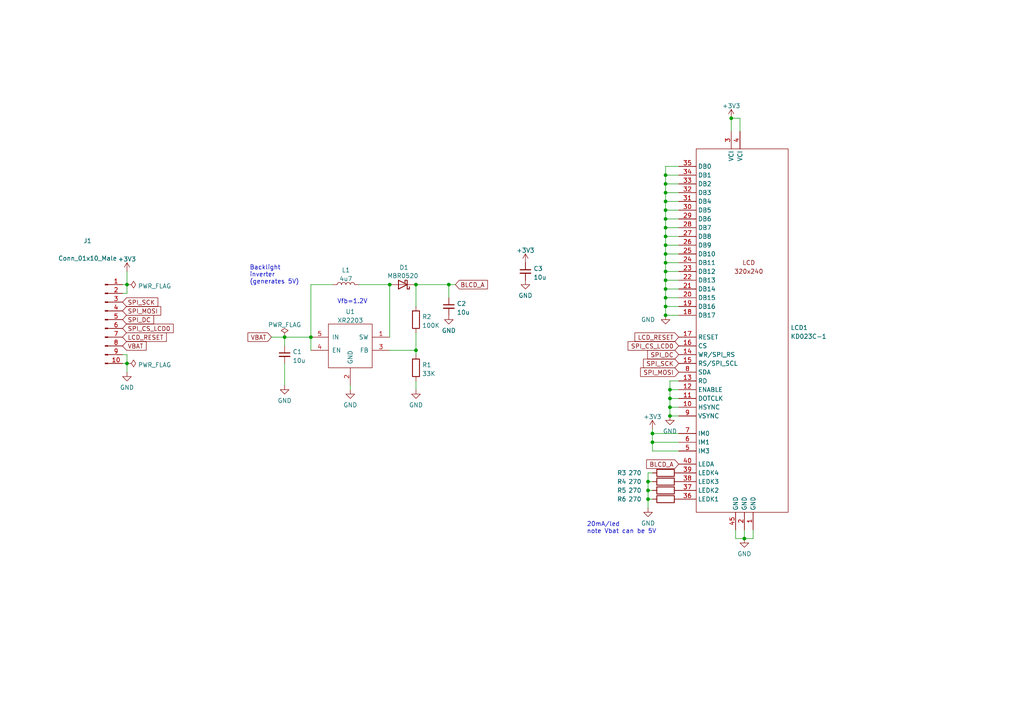
<source format=kicad_sch>
(kicad_sch (version 20211123) (generator eeschema)
  (paper "A4")
  (lib_symbols
    (symbol "Connector:Conn_01x10_Male" (pin_names (offset 1.016) hide)
      (property "Reference" "J" (at 0 12.7 0))
      (property "Value" "Conn_01x10_Male" (at 0 -15.24 0))
      (symbol "Conn_01x10_Male_1_1"
        (polyline (pts (xy 1.27 -12.7) (xy 0.8636 -12.7)) (stroke (width 0.1524)))
        (polyline (pts (xy 1.27 -10.16) (xy 0.8636 -10.16)) (stroke (width 0.1524)))
        (polyline (pts (xy 1.27 -7.62) (xy 0.8636 -7.62)) (stroke (width 0.1524)))
        (polyline (pts (xy 1.27 -5.08) (xy 0.8636 -5.08)) (stroke (width 0.1524)))
        (polyline (pts (xy 1.27 -2.54) (xy 0.8636 -2.54)) (stroke (width 0.1524)))
        (polyline (pts (xy 1.27 0) (xy 0.8636 0)) (stroke (width 0.1524)))
        (polyline (pts (xy 1.27 2.54) (xy 0.8636 2.54)) (stroke (width 0.1524)))
        (polyline (pts (xy 1.27 5.08) (xy 0.8636 5.08)) (stroke (width 0.1524)))
        (polyline (pts (xy 1.27 7.62) (xy 0.8636 7.62)) (stroke (width 0.1524)))
        (polyline (pts (xy 1.27 10.16) (xy 0.8636 10.16)) (stroke (width 0.1524)))
        (rectangle (start 0.8636 -12.573) (end 0 -12.827) (stroke (width 0.1524)) (fill (type outline)))
        (rectangle (start 0.8636 -10.033) (end 0 -10.287) (stroke (width 0.1524)) (fill (type outline)))
        (rectangle (start 0.8636 -7.493) (end 0 -7.747) (stroke (width 0.1524)) (fill (type outline)))
        (rectangle (start 0.8636 -4.953) (end 0 -5.207) (stroke (width 0.1524)) (fill (type outline)))
        (rectangle (start 0.8636 -2.413) (end 0 -2.667) (stroke (width 0.1524)) (fill (type outline)))
        (rectangle (start 0.8636 0.127) (end 0 -0.127) (stroke (width 0.1524)) (fill (type outline)))
        (rectangle (start 0.8636 2.667) (end 0 2.413) (stroke (width 0.1524)) (fill (type outline)))
        (rectangle (start 0.8636 5.207) (end 0 4.953) (stroke (width 0.1524)) (fill (type outline)))
        (rectangle (start 0.8636 7.747) (end 0 7.493) (stroke (width 0.1524)) (fill (type outline)))
        (rectangle (start 0.8636 10.287) (end 0 10.033) (stroke (width 0.1524)) (fill (type outline)))
        (pin passive line (at 5.08 10.16 180) (length 3.81) (name "Pin_1") (number "1"))
        (pin passive line (at 5.08 -12.7 180) (length 3.81) (name "Pin_10") (number "10"))
        (pin passive line (at 5.08 7.62 180) (length 3.81) (name "Pin_2") (number "2"))
        (pin passive line (at 5.08 5.08 180) (length 3.81) (name "Pin_3") (number "3"))
        (pin passive line (at 5.08 2.54 180) (length 3.81) (name "Pin_4") (number "4"))
        (pin passive line (at 5.08 0 180) (length 3.81) (name "Pin_5") (number "5"))
        (pin passive line (at 5.08 -2.54 180) (length 3.81) (name "Pin_6") (number "6"))
        (pin passive line (at 5.08 -5.08 180) (length 3.81) (name "Pin_7") (number "7"))
        (pin passive line (at 5.08 -7.62 180) (length 3.81) (name "Pin_8") (number "8"))
        (pin passive line (at 5.08 -10.16 180) (length 3.81) (name "Pin_9") (number "9"))
      )
    )
    (symbol "Device:C_Small" (pin_numbers hide) (pin_names (offset 0.254) hide)
      (property "Reference" "C" (at 0.254 1.778 0))
      (property "Value" "C_Small" (at 0.254 -2.032 0))
      (symbol "C_Small_0_1"
        (polyline (pts (xy -1.524 -0.508) (xy 1.524 -0.508)) (stroke (width 0.3302)))
        (polyline (pts (xy -1.524 0.508) (xy 1.524 0.508)) (stroke (width 0.3048)))
      )
      (symbol "C_Small_1_1"
        (pin passive line (at 0 2.54 270) (length 2.032) (name "~") (number "1"))
        (pin passive line (at 0 -2.54 90) (length 2.032) (name "~") (number "2"))
      )
    )
    (symbol "Device:L" (pin_numbers hide) (pin_names (offset 1.016) hide)
      (property "Reference" "L" (at -1.27 0 90))
      (property "Value" "L" (at 1.905 0 90))
      (symbol "L_0_1"
        (arc (start 0 -2.54) (mid 0.635 -1.905) (end 0 -1.27))
        (arc (start 0 -1.27) (mid 0.635 -0.635) (end 0 0))
        (arc (start 0 0) (mid 0.635 0.635) (end 0 1.27))
        (arc (start 0 1.27) (mid 0.635 1.905) (end 0 2.54))
      )
      (symbol "L_1_1"
        (pin passive line (at 0 3.81 270) (length 1.27) (name "1") (number "1"))
        (pin passive line (at 0 -3.81 90) (length 1.27) (name "2") (number "2"))
      )
    )
    (symbol "Device:R" (pin_numbers hide) (pin_names (offset 0))
      (property "Reference" "R" (at 2.032 0 90))
      (property "Value" "R" (at 0 0 90))
      (symbol "R_0_1"
        (rectangle (start -1.016 -2.54) (end 1.016 2.54) (stroke (width 0.254)))
      )
      (symbol "R_1_1"
        (pin passive line (at 0 3.81 270) (length 1.27) (name "~") (number "1"))
        (pin passive line (at 0 -3.81 90) (length 1.27) (name "~") (number "2"))
      )
    )
    (symbol "Diode:MBR0520" (pin_numbers hide) (pin_names (offset 1.016) hide)
      (property "Reference" "D" (at 0 2.54 0))
      (property "Value" "MBR0520" (at 0 -2.54 0))
      (symbol "MBR0520_0_1"
        (polyline (pts (xy 1.27 0) (xy -1.27 0)))
        (polyline (pts (xy 1.27 1.27) (xy 1.27 -1.27) (xy -1.27 0) (xy 1.27 1.27)) (stroke (width 0.254)))
        (polyline (pts (xy -1.905 0.635) (xy -1.905 1.27) (xy -1.27 1.27) (xy -1.27 -1.27) (xy -0.635 -1.27) (xy -0.635 -0.635)) (stroke (width 0.254)))
      )
      (symbol "MBR0520_1_1"
        (pin passive line (at -3.81 0 0) (length 2.54) (name "K") (number "1"))
        (pin passive line (at 3.81 0 180) (length 2.54) (name "A") (number "2"))
      )
    )
    (symbol "Jeroens lib:KD023C-1"
      (property "Reference" "LCD" (at -15.24 16.51 0))
      (property "Value" "KD023C-1" (at -15.24 19.05 0))
      (symbol "KD023C-1_0_0"
        (text "320x240" (at 0 -21.59 0) (effects (font (size 1.27 1.27))))
        (text "LCD" (at 0 -19.05 0) (effects (font (size 1.27 1.27))))
        (pin power_in line (at 1.27 -96.52 90) (length 5.08) (name "GND") (number "1"))
        (pin input line (at -20.32 -60.96 0) (length 5.08) (name "HSYNC") (number "10"))
        (pin input line (at -20.32 -58.42 0) (length 5.08) (name "DOTCLK") (number "11"))
        (pin input line (at -20.32 -55.88 0) (length 5.08) (name "ENABLE") (number "12"))
        (pin input line (at -20.32 -53.34 0) (length 5.08) (name "RD") (number "13"))
        (pin input line (at -20.32 -45.72 0) (length 5.08) (name "WR/SPI_RS") (number "14"))
        (pin input line (at -20.32 -48.26 0) (length 5.08) (name "RS/SPI_SCL") (number "15"))
        (pin input line (at -20.32 -43.18 0) (length 5.08) (name "CS") (number "16"))
        (pin input line (at -20.32 -40.64 0) (length 5.08) (name "RESET") (number "17"))
        (pin input line (at -20.32 -34.29 0) (length 5.08) (name "DB17") (number "18"))
        (pin input line (at -20.32 -31.75 0) (length 5.08) (name "DB16") (number "19"))
        (pin power_in line (at -1.27 -96.52 90) (length 5.08) (name "GND") (number "2"))
        (pin input line (at -20.32 -29.21 0) (length 5.08) (name "DB15") (number "20"))
        (pin input line (at -20.32 -26.67 0) (length 5.08) (name "DB14") (number "21"))
        (pin input line (at -20.32 -24.13 0) (length 5.08) (name "DB13") (number "22"))
        (pin input line (at -20.32 -21.59 0) (length 5.08) (name "DB12") (number "23"))
        (pin input line (at -20.32 -19.05 0) (length 5.08) (name "DB11") (number "24"))
        (pin input line (at -20.32 -16.51 0) (length 5.08) (name "DB10") (number "25"))
        (pin input line (at -20.32 -13.97 0) (length 5.08) (name "DB9") (number "26"))
        (pin input line (at -20.32 -11.43 0) (length 5.08) (name "DB8") (number "27"))
        (pin input line (at -20.32 -8.89 0) (length 5.08) (name "DB7") (number "28"))
        (pin input line (at -20.32 -6.35 0) (length 5.08) (name "DB6") (number "29"))
        (pin power_in line (at -5.08 19.05 270) (length 5.08) (name "VCI") (number "3"))
        (pin input line (at -20.32 -3.81 0) (length 5.08) (name "DB5") (number "30"))
        (pin input line (at -20.32 -1.27 0) (length 5.08) (name "DB4") (number "31"))
        (pin input line (at -20.32 1.27 0) (length 5.08) (name "DB3") (number "32"))
        (pin input line (at -20.32 3.81 0) (length 5.08) (name "DB2") (number "33"))
        (pin input line (at -20.32 6.35 0) (length 5.08) (name "DB1") (number "34"))
        (pin input line (at -20.32 8.89 0) (length 5.08) (name "DB0") (number "35"))
        (pin passive line (at -20.32 -87.63 0) (length 5.08) (name "LEDK1") (number "36"))
        (pin passive line (at -20.32 -85.09 0) (length 5.08) (name "LEDK2") (number "37"))
        (pin passive line (at -20.32 -82.55 0) (length 5.08) (name "LEDK3") (number "38"))
        (pin passive line (at -20.32 -80.01 0) (length 5.08) (name "LEDK4") (number "39"))
        (pin power_in line (at -2.54 19.05 270) (length 5.08) (name "VCI") (number "4"))
        (pin passive line (at -20.32 -77.47 0) (length 5.08) (name "LEDA") (number "40"))
        (pin no_connect line (at 16.51 -3.81 180) (length 5.08) hide (name "NC") (number "41"))
        (pin no_connect line (at 16.51 -6.35 180) (length 5.08) hide (name "NC") (number "42"))
        (pin no_connect line (at 16.51 -8.89 180) (length 5.08) hide (name "NC") (number "43"))
        (pin no_connect line (at 16.51 -11.43 180) (length 5.08) hide (name "NC") (number "44"))
        (pin power_in line (at -3.81 -96.52 90) (length 5.08) (name "GND") (number "45"))
        (pin input line (at -20.32 -73.66 0) (length 5.08) (name "IM3") (number "5"))
        (pin input line (at -20.32 -71.12 0) (length 5.08) (name "IM1") (number "6"))
        (pin input line (at -20.32 -68.58 0) (length 5.08) (name "IM0") (number "7"))
        (pin input line (at -20.32 -50.8 0) (length 5.08) (name "SDA") (number "8"))
        (pin input line (at -20.32 -63.5 0) (length 5.08) (name "VSYNC") (number "9"))
        (pin no_connect line (at 16.51 0 180) (length 5.08) hide (name "mount") (number "MP"))
      )
      (symbol "KD023C-1_0_1"
        (rectangle (start -15.24 -91.44) (end 11.43 13.97) (stroke (width 0.1524)))
      )
    )
    (symbol "Jeroens lib:XR2203" (pin_names (offset 1.016))
      (property "Reference" "U" (at -3.81 6.35 0))
      (property "Value" "XR2203" (at 0 3.81 0))
      (symbol "XR2203_0_1"
        (rectangle (start -6.35 5.08) (end 6.35 -7.62))
      )
      (symbol "XR2203_1_1"
        (pin power_out line (at 11.43 1.27 180) (length 5.08) (name "SW") (number "1"))
        (pin power_in line (at 0 -12.7 90) (length 5.08) (name "GND") (number "2"))
        (pin input line (at 11.43 -2.54 180) (length 5.08) (name "FB") (number "3"))
        (pin input line (at -11.43 -2.54 0) (length 5.08) (name "EN") (number "4"))
        (pin power_in line (at -11.43 1.27 0) (length 5.08) (name "IN") (number "5"))
      )
    )
    (symbol "power:+3V3" (power) (pin_names (offset 0))
      (property "Value" "+3V3" (at 0 3.556 0))
      (symbol "+3V3_0_1"
        (polyline (pts (xy -0.762 1.27) (xy 0 2.54)))
        (polyline (pts (xy 0 0) (xy 0 2.54)))
        (polyline (pts (xy 0 2.54) (xy 0.762 1.27)))
      )
      (symbol "+3V3_1_1"
        (pin power_in line (at 0 0 90) (length 0) hide (name "+3V3") (number "1"))
      )
    )
    (symbol "power:GND" (power) (pin_names (offset 0))
      (property "Value" "GND" (at 0 -3.81 0))
      (symbol "GND_0_1"
        (polyline (pts (xy 0 0) (xy 0 -1.27) (xy 1.27 -1.27) (xy 0 -2.54) (xy -1.27 -1.27) (xy 0 -1.27)))
      )
      (symbol "GND_1_1"
        (pin power_in line (at 0 0 270) (length 0) hide (name "GND") (number "1"))
      )
    )
    (symbol "power:PWR_FLAG" (power) (pin_numbers hide) (pin_names (offset 0) hide)
      (property "Value" "PWR_FLAG" (at 0 3.81 0))
      (symbol "PWR_FLAG_0_0"
        (pin power_out line (at 0 0 90) (length 0) (name "pwr") (number "1"))
      )
      (symbol "PWR_FLAG_0_1"
        (polyline (pts (xy 0 0) (xy 0 1.27) (xy -1.016 1.905) (xy 0 2.54) (xy 1.016 1.905) (xy 0 1.27)))
      )
    )
  )
  (junction (at 194.31 115.57))
  (junction (at 187.96 144.78))
  (junction (at 212.09 34.29))
  (junction (at 194.31 118.11))
  (junction (at 193.04 76.2))
  (junction (at 193.04 53.34))
  (junction (at 130.175 82.55))
  (junction (at 82.55 97.79))
  (junction (at 193.04 50.8))
  (junction (at 187.96 139.7))
  (junction (at 36.83 82.55))
  (junction (at 193.04 55.88))
  (junction (at 189.23 128.27))
  (junction (at 193.04 73.66))
  (junction (at 189.23 125.73))
  (junction (at 193.04 66.04))
  (junction (at 193.04 81.28))
  (junction (at 193.04 88.9))
  (junction (at 193.04 60.96))
  (junction (at 193.04 91.44))
  (junction (at 193.04 63.5))
  (junction (at 36.83 105.41))
  (junction (at 193.04 86.36))
  (junction (at 90.17 97.79))
  (junction (at 120.65 82.55))
  (junction (at 215.9 156.21))
  (junction (at 187.96 142.24))
  (junction (at 194.31 120.65))
  (junction (at 193.04 68.58))
  (junction (at 193.04 83.82))
  (junction (at 113.03 82.55))
  (junction (at 193.04 78.74))
  (junction (at 193.04 71.12))
  (junction (at 194.31 113.03))
  (junction (at 120.65 101.6))
  (junction (at 193.04 58.42))
  (wire (pts (xy 96.52 82.55) (xy 90.17 82.55)))
  (wire (pts (xy 78.74 97.79) (xy 82.55 97.79)))
  (wire (pts (xy 193.04 76.2) (xy 196.85 76.2)))
  (wire (pts (xy 36.83 82.55) (xy 36.83 85.09)))
  (wire (pts (xy 130.175 82.55) (xy 130.175 86.36)))
  (wire (pts (xy 193.04 58.42) (xy 193.04 55.88)))
  (wire (pts (xy 82.55 105.41) (xy 82.55 111.76)))
  (wire (pts (xy 35.56 105.41) (xy 36.83 105.41)))
  (wire (pts (xy 194.31 115.57) (xy 194.31 113.03)))
  (wire (pts (xy 82.55 97.79) (xy 90.17 97.79)))
  (wire (pts (xy 218.44 153.67) (xy 218.44 156.21)))
  (wire (pts (xy 212.09 34.29) (xy 212.09 38.1)))
  (wire (pts (xy 213.36 153.67) (xy 213.36 156.21)))
  (wire (pts (xy 193.04 76.2) (xy 193.04 73.66)))
  (wire (pts (xy 36.83 85.09) (xy 35.56 85.09)))
  (wire (pts (xy 193.04 66.04) (xy 196.85 66.04)))
  (wire (pts (xy 101.6 111.76) (xy 101.6 113.03)))
  (wire (pts (xy 189.23 125.73) (xy 189.23 128.27)))
  (wire (pts (xy 187.96 139.7) (xy 187.96 142.24)))
  (wire (pts (xy 218.44 156.21) (xy 215.9 156.21)))
  (wire (pts (xy 193.04 73.66) (xy 193.04 71.12)))
  (wire (pts (xy 120.65 110.49) (xy 120.65 113.03)))
  (wire (pts (xy 193.04 71.12) (xy 193.04 68.58)))
  (wire (pts (xy 194.31 118.11) (xy 196.85 118.11)))
  (wire (pts (xy 193.04 81.28) (xy 193.04 78.74)))
  (wire (pts (xy 187.96 144.78) (xy 189.23 144.78)))
  (wire (pts (xy 35.56 102.87) (xy 36.83 102.87)))
  (wire (pts (xy 36.83 78.74) (xy 36.83 82.55)))
  (wire (pts (xy 90.17 97.79) (xy 90.17 101.6)))
  (wire (pts (xy 193.04 86.36) (xy 193.04 83.82)))
  (wire (pts (xy 35.56 82.55) (xy 36.83 82.55)))
  (wire (pts (xy 36.83 102.87) (xy 36.83 105.41)))
  (wire (pts (xy 189.23 125.73) (xy 196.85 125.73)))
  (wire (pts (xy 193.04 50.8) (xy 193.04 48.26)))
  (wire (pts (xy 193.04 53.34) (xy 193.04 50.8)))
  (wire (pts (xy 213.36 156.21) (xy 215.9 156.21)))
  (wire (pts (xy 120.65 82.55) (xy 120.65 88.9)))
  (wire (pts (xy 120.65 82.55) (xy 130.175 82.55)))
  (wire (pts (xy 193.04 78.74) (xy 193.04 76.2)))
  (wire (pts (xy 193.04 91.44) (xy 193.04 88.9)))
  (wire (pts (xy 193.04 55.88) (xy 193.04 53.34)))
  (wire (pts (xy 113.03 82.55) (xy 113.03 97.79)))
  (wire (pts (xy 193.04 58.42) (xy 196.85 58.42)))
  (wire (pts (xy 193.04 81.28) (xy 196.85 81.28)))
  (wire (pts (xy 193.04 73.66) (xy 196.85 73.66)))
  (wire (pts (xy 120.65 101.6) (xy 120.65 102.87)))
  (wire (pts (xy 212.09 34.29) (xy 214.63 34.29)))
  (wire (pts (xy 194.31 120.65) (xy 194.31 118.11)))
  (wire (pts (xy 104.14 82.55) (xy 113.03 82.55)))
  (wire (pts (xy 193.04 53.34) (xy 196.85 53.34)))
  (wire (pts (xy 194.31 115.57) (xy 196.85 115.57)))
  (wire (pts (xy 113.03 101.6) (xy 120.65 101.6)))
  (wire (pts (xy 187.96 142.24) (xy 187.96 144.78)))
  (wire (pts (xy 189.23 137.16) (xy 187.96 137.16)))
  (wire (pts (xy 193.04 83.82) (xy 196.85 83.82)))
  (wire (pts (xy 193.04 83.82) (xy 193.04 81.28)))
  (wire (pts (xy 214.63 34.29) (xy 214.63 38.1)))
  (wire (pts (xy 193.04 71.12) (xy 196.85 71.12)))
  (wire (pts (xy 193.04 60.96) (xy 196.85 60.96)))
  (wire (pts (xy 90.17 82.55) (xy 90.17 97.79)))
  (wire (pts (xy 189.23 130.81) (xy 196.85 130.81)))
  (wire (pts (xy 193.04 88.9) (xy 196.85 88.9)))
  (wire (pts (xy 196.85 110.49) (xy 194.31 110.49)))
  (wire (pts (xy 193.04 68.58) (xy 193.04 66.04)))
  (wire (pts (xy 193.04 60.96) (xy 193.04 58.42)))
  (wire (pts (xy 189.23 128.27) (xy 196.85 128.27)))
  (wire (pts (xy 187.96 137.16) (xy 187.96 139.7)))
  (wire (pts (xy 194.31 113.03) (xy 196.85 113.03)))
  (wire (pts (xy 187.96 139.7) (xy 189.23 139.7)))
  (wire (pts (xy 193.04 88.9) (xy 193.04 86.36)))
  (wire (pts (xy 194.31 110.49) (xy 194.31 113.03)))
  (wire (pts (xy 120.65 96.52) (xy 120.65 101.6)))
  (wire (pts (xy 193.04 68.58) (xy 196.85 68.58)))
  (wire (pts (xy 193.04 78.74) (xy 196.85 78.74)))
  (wire (pts (xy 130.175 82.55) (xy 132.08 82.55)))
  (wire (pts (xy 193.04 63.5) (xy 196.85 63.5)))
  (wire (pts (xy 193.04 63.5) (xy 193.04 60.96)))
  (wire (pts (xy 193.04 50.8) (xy 196.85 50.8)))
  (wire (pts (xy 215.9 153.67) (xy 215.9 156.21)))
  (wire (pts (xy 193.04 91.44) (xy 196.85 91.44)))
  (wire (pts (xy 189.23 128.27) (xy 189.23 130.81)))
  (wire (pts (xy 36.83 105.41) (xy 36.83 107.95)))
  (wire (pts (xy 194.31 120.65) (xy 196.85 120.65)))
  (wire (pts (xy 193.04 86.36) (xy 196.85 86.36)))
  (wire (pts (xy 194.31 118.11) (xy 194.31 115.57)))
  (wire (pts (xy 193.04 55.88) (xy 196.85 55.88)))
  (wire (pts (xy 193.04 48.26) (xy 196.85 48.26)))
  (wire (pts (xy 189.23 124.46) (xy 189.23 125.73)))
  (wire (pts (xy 82.55 97.79) (xy 82.55 100.33)))
  (wire (pts (xy 193.04 66.04) (xy 193.04 63.5)))
  (wire (pts (xy 187.96 142.24) (xy 189.23 142.24)))
  (wire (pts (xy 187.96 144.78) (xy 187.96 147.32)))
  (text "Vfb=1.2V" (at 97.79 88.265 0) (effects (font (size 1.27 1.27)) (justify left bottom)))
  (text "Backlight\ninverter\n(generates 5V)" (at 72.39 82.55 0) (effects (font (size 1.27 1.27)) (justify left bottom)))
  (text "20mA/led\nnote Vbat can be 5V" (at 170.18 154.94 0) (effects (font (size 1.27 1.27)) (justify left bottom)))
  (global_label "LCD_RESET" (shape input) (at 196.85 97.79 180) (property "Intersheet References" "${INTERSHEET_REFS}" (effects hide)))
  (global_label "SPI_MOSI" (shape input) (at 196.85 107.95 180) (property "Intersheet References" "${INTERSHEET_REFS}" (effects hide)))
  (global_label "SPI_DC" (shape input) (at 196.85 102.87 180) (property "Intersheet References" "${INTERSHEET_REFS}" (effects hide)))
  (global_label "VBAT" (shape input) (at 35.56 100.33 0) (property "Intersheet References" "${INTERSHEET_REFS}" (effects hide)))
  (global_label "VBAT" (shape input) (at 78.74 97.79 180) (property "Intersheet References" "${INTERSHEET_REFS}" (effects hide)))
  (global_label "SPI_CS_LCD0" (shape input) (at 196.85 100.33 180) (property "Intersheet References" "${INTERSHEET_REFS}" (effects hide)))
  (global_label "LCD_RESET" (shape input) (at 35.56 97.79 0) (property "Intersheet References" "${INTERSHEET_REFS}" (effects hide)))
  (global_label "SPI_SCK" (shape input) (at 35.56 87.63 0) (property "Intersheet References" "${INTERSHEET_REFS}" (effects hide)))
  (global_label "SPI_CS_LCD0" (shape input) (at 35.56 95.25 0) (property "Intersheet References" "${INTERSHEET_REFS}" (effects hide)))
  (global_label "BLCD_A" (shape input) (at 196.85 134.62 180) (property "Intersheet References" "${INTERSHEET_REFS}" (effects hide)))
  (global_label "BLCD_A" (shape input) (at 132.08 82.55 0) (property "Intersheet References" "${INTERSHEET_REFS}" (effects hide)))
  (global_label "SPI_MOSI" (shape input) (at 35.56 90.17 0) (property "Intersheet References" "${INTERSHEET_REFS}" (effects hide)))
  (global_label "SPI_SCK" (shape input) (at 196.85 105.41 180) (property "Intersheet References" "${INTERSHEET_REFS}" (effects hide)))
  (global_label "SPI_DC" (shape input) (at 35.56 92.71 0) (property "Intersheet References" "${INTERSHEET_REFS}" (effects hide)))
  (symbol (lib_id "Device:C_Small") (at 130.175 88.9 0) (unit 1)
    (property "Reference" "C2" (at 132.4991 88.0716 0) (effects (justify left)))
    (property "Value" "10u" (at 132.4991 90.6085 0) (effects (justify left)))
    (property "Footprint" "Capacitor_SMD:C_0805_2012Metric" (effects hide))
  )
  (symbol (lib_id "power:GND") (at 187.96 147.32 0) (unit 1)
    (property "Reference" "#PWR0114" (effects hide))
    (property "Value" "GND" (at 187.96 151.7634 0))
  )
  (symbol (lib_id "power:GND") (at 101.6 113.03 0) (unit 1)
    (property "Reference" "#PWR0102" (effects hide))
    (property "Value" "~" (at 101.6 117.4734 0))
  )
  (symbol (lib_id "power:GND") (at 130.175 91.44 0) (unit 1)
    (property "Reference" "#PWR0103" (effects hide))
    (property "Value" "GND" (at 130.175 95.8834 0))
  )
  (symbol (lib_id "power:+3V3") (at 36.83 78.74 0) (unit 1)
    (property "Reference" "#PWR0105" (effects hide))
    (property "Value" "+3V3" (at 36.83 75.1642 0))
  )
  (symbol (lib_id "power:+3V3") (at 152.4 76.2 0) (unit 1)
    (property "Reference" "#PWR0109" (effects hide))
    (property "Value" "+3V3" (at 152.4 72.6242 0))
  )
  (symbol (lib_id "power:GND") (at 215.9 156.21 0) (unit 1)
    (property "Reference" "#PWR0108" (effects hide))
    (property "Value" "GND" (at 215.9 160.6534 0))
  )
  (symbol (lib_id "power:GND") (at 193.04 91.44 0) (unit 1)
    (property "Reference" "#PWR0111" (effects hide))
    (property "Value" "GND" (at 187.96 92.71 0))
  )
  (symbol (lib_id "power:PWR_FLAG") (at 36.83 82.55 270) (unit 1)
    (property "Reference" "#FLG0102" (effects hide))
    (property "Value" "PWR_FLAG" (at 40.005 82.9838 90) (effects (justify left)))
  )
  (symbol (lib_id "Connector:Conn_01x10_Male") (at 30.48 92.71 0) (unit 1)
    (property "Reference" "J1" (at 25.4 69.85 0))
    (property "Value" "Conn_01x10_Male" (at 25.4 74.93 0))
    (property "Footprint" "Connector_PinSocket_2.54mm:PinSocket_2x05_P2.54mm_Vertical" (effects hide))
  )
  (symbol (lib_id "Device:C_Small") (at 82.55 102.87 0) (unit 1)
    (property "Reference" "C1" (at 84.8741 102.0416 0) (effects (justify left)))
    (property "Value" "10u" (at 84.8741 104.5785 0) (effects (justify left)))
    (property "Footprint" "Capacitor_SMD:C_0805_2012Metric" (effects hide))
  )
  (symbol (lib_id "Device:R") (at 193.04 137.16 90) (unit 1)
    (property "Reference" "R3" (at 180.34 137.16 90))
    (property "Value" "270" (at 184.15 137.16 90))
    (property "Footprint" "Resistor_SMD:R_0603_1608Metric" (effects hide))
  )
  (symbol (lib_id "Diode:MBR0520") (at 116.84 82.55 180) (unit 1)
    (property "Reference" "D1" (at 117.1575 77.5802 0))
    (property "Value" "MBR0520" (at 116.84 80.01 0))
    (property "Footprint" "Diode_SMD:D_SOD-123" (effects hide))
    (property "Datasheet" "http://www.mccsemi.com/up_pdf/MBR0520~MBR0580(SOD123).pdf" (effects hide))
  )
  (symbol (lib_id "Device:R") (at 120.65 92.71 0) (unit 1)
    (property "Reference" "R2" (at 122.428 91.8753 0) (effects (justify left)))
    (property "Value" "100K" (at 122.428 94.4122 0) (effects (justify left)))
    (property "Footprint" "Resistor_SMD:R_0603_1608Metric" (effects hide))
  )
  (symbol (lib_id "power:+3V3") (at 189.23 124.46 0) (unit 1)
    (property "Reference" "#PWR0112" (effects hide))
    (property "Value" "+3V3" (at 189.23 120.8842 0))
  )
  (symbol (lib_id "power:+3V3") (at 212.09 34.29 0) (unit 1)
    (property "Reference" "#PWR0107" (effects hide))
    (property "Value" "+3V3" (at 212.09 30.7142 0))
  )
  (symbol (lib_id "power:GND") (at 36.83 107.95 0) (unit 1)
    (property "Reference" "#PWR0106" (effects hide))
    (property "Value" "GND" (at 36.83 112.3934 0))
  )
  (symbol (lib_id "Device:R") (at 193.04 139.7 90) (unit 1)
    (property "Reference" "R4" (at 180.34 139.7 90))
    (property "Value" "270" (at 184.15 139.7 90))
    (property "Footprint" "Resistor_SMD:R_0603_1608Metric" (effects hide))
  )
  (symbol (lib_id "Device:C_Small") (at 152.4 78.74 0) (unit 1)
    (property "Reference" "C3" (at 154.7241 77.9116 0) (effects (justify left)))
    (property "Value" "10u" (at 154.7241 80.4485 0) (effects (justify left)))
    (property "Footprint" "Capacitor_SMD:C_0805_2012Metric" (effects hide))
  )
  (symbol (lib_id "Device:R") (at 193.04 144.78 90) (unit 1)
    (property "Reference" "R6" (at 180.34 144.78 90))
    (property "Value" "270" (at 184.15 144.78 90))
    (property "Footprint" "Resistor_SMD:R_0603_1608Metric" (effects hide))
  )
  (symbol (lib_id "Jeroens lib:KD023C-1") (at 217.17 57.15 0) (unit 1)
    (property "Reference" "LCD1" (at 229.3112 95.0503 0) (effects (justify left)))
    (property "Value" "KD023C-1" (at 229.3112 97.5872 0) (effects (justify left)))
    (property "Footprint" "Connector_FFC-FPC:TE_4-1734839-5_1x45-1MP_P0.5mm_Horizontal" (effects hide))
    (property "Datasheet" "http://en.startek-lcd.com/res/starteklcden/pdres/201408/20140826185303107.pdf" (effects hide))
  )
  (symbol (lib_id "Device:R") (at 193.04 142.24 90) (unit 1)
    (property "Reference" "R5" (at 180.34 142.24 90))
    (property "Value" "270" (at 184.15 142.24 90))
    (property "Footprint" "Resistor_SMD:R_0603_1608Metric" (effects hide))
  )
  (symbol (lib_id "Device:R") (at 120.65 106.68 0) (unit 1)
    (property "Reference" "R1" (at 122.428 105.8453 0) (effects (justify left)))
    (property "Value" "33K" (at 122.428 108.3822 0) (effects (justify left)))
    (property "Footprint" "Resistor_SMD:R_0603_1608Metric" (effects hide))
  )
  (symbol (lib_id "power:PWR_FLAG") (at 82.55 97.79 0) (unit 1)
    (property "Reference" "#FLG0101" (effects hide))
    (property "Value" "PWR_FLAG" (at 82.55 94.2142 0))
  )
  (symbol (lib_id "power:GND") (at 152.4 81.28 0) (unit 1)
    (property "Reference" "#PWR0110" (effects hide))
    (property "Value" "GND" (at 152.4 85.7234 0))
  )
  (symbol (lib_id "Jeroens lib:XR2203") (at 101.6 99.06 0) (unit 1)
    (property "Reference" "U1" (at 101.6 90.4072 0))
    (property "Value" "XR2203" (at 101.6 92.9441 0))
    (property "Footprint" "Package_TO_SOT_SMD:SOT-23-5" (effects hide))
    (property "Datasheet" "/home/jeroen/pcb/lib-kicad/doc/201331180.PDF" (effects hide))
  )
  (symbol (lib_id "Device:L") (at 100.33 82.55 90) (unit 1)
    (property "Reference" "L1" (at 100.33 78.3422 90))
    (property "Value" "4u7" (at 100.33 80.8791 90))
    (property "Footprint" "Inductor_SMD:L_1008_2520Metric" (effects hide))
  )
  (symbol (lib_id "power:PWR_FLAG") (at 36.83 105.41 270) (unit 1)
    (property "Reference" "#FLG0103" (effects hide))
    (property "Value" "PWR_FLAG" (at 40.005 105.8438 90) (effects (justify left)))
  )
  (symbol (lib_id "power:GND") (at 194.31 120.65 0) (unit 1)
    (property "Reference" "#PWR0113" (effects hide))
    (property "Value" "GND" (at 194.31 125.0934 0))
  )
  (symbol (lib_id "power:GND") (at 120.65 113.03 0) (unit 1)
    (property "Reference" "#PWR0104" (effects hide))
    (property "Value" "GND" (at 120.65 117.4734 0))
  )
  (symbol (lib_id "power:GND") (at 82.55 111.76 0) (unit 1)
    (property "Reference" "#PWR0101" (effects hide))
    (property "Value" "GND" (at 82.55 116.2034 0))
  )
)
</source>
